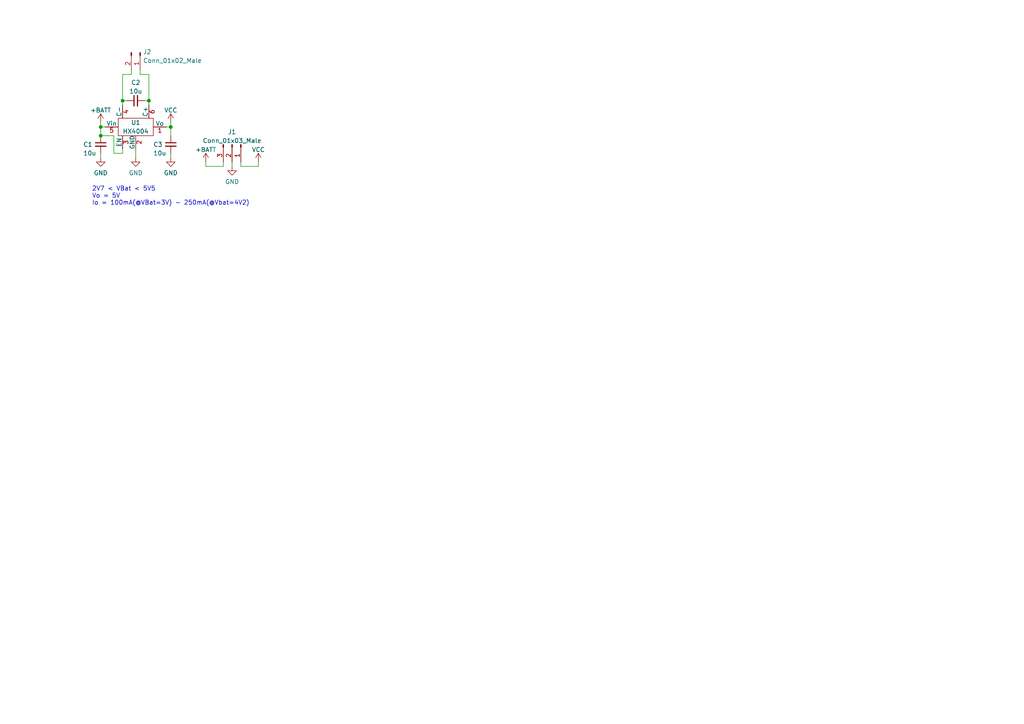
<source format=kicad_sch>
(kicad_sch (version 20211123) (generator eeschema)
  (paper "A4")
  (lib_symbols
    (symbol "Connector:Conn_01x02_Male" (pin_names (offset 1.016) hide)
      (property "Reference" "J" (at 0 2.54 0))
      (property "Value" "Conn_01x02_Male" (at 0 -5.08 0))
      (symbol "Conn_01x02_Male_1_1"
        (polyline (pts (xy 1.27 -2.54) (xy 0.8636 -2.54)) (stroke (width 0.1524)))
        (polyline (pts (xy 1.27 0) (xy 0.8636 0)) (stroke (width 0.1524)))
        (rectangle (start 0.8636 -2.413) (end 0 -2.667) (stroke (width 0.1524)) (fill (type outline)))
        (rectangle (start 0.8636 0.127) (end 0 -0.127) (stroke (width 0.1524)) (fill (type outline)))
        (pin passive line (at 5.08 0 180) (length 3.81) (name "Pin_1") (number "1"))
        (pin passive line (at 5.08 -2.54 180) (length 3.81) (name "Pin_2") (number "2"))
      )
    )
    (symbol "Connector:Conn_01x03_Male" (pin_names (offset 1.016) hide)
      (property "Reference" "J" (at 0 5.08 0))
      (property "Value" "Conn_01x03_Male" (at 0 -5.08 0))
      (symbol "Conn_01x03_Male_1_1"
        (polyline (pts (xy 1.27 -2.54) (xy 0.8636 -2.54)) (stroke (width 0.1524)))
        (polyline (pts (xy 1.27 0) (xy 0.8636 0)) (stroke (width 0.1524)))
        (polyline (pts (xy 1.27 2.54) (xy 0.8636 2.54)) (stroke (width 0.1524)))
        (rectangle (start 0.8636 -2.413) (end 0 -2.667) (stroke (width 0.1524)) (fill (type outline)))
        (rectangle (start 0.8636 0.127) (end 0 -0.127) (stroke (width 0.1524)) (fill (type outline)))
        (rectangle (start 0.8636 2.667) (end 0 2.413) (stroke (width 0.1524)) (fill (type outline)))
        (pin passive line (at 5.08 2.54 180) (length 3.81) (name "Pin_1") (number "1"))
        (pin passive line (at 5.08 0 180) (length 3.81) (name "Pin_2") (number "2"))
        (pin passive line (at 5.08 -2.54 180) (length 3.81) (name "Pin_3") (number "3"))
      )
    )
    (symbol "Device:C_Small" (pin_numbers hide) (pin_names (offset 0.254) hide)
      (property "Reference" "C" (at 0.254 1.778 0))
      (property "Value" "C_Small" (at 0.254 -2.032 0))
      (symbol "C_Small_0_1"
        (polyline (pts (xy -1.524 -0.508) (xy 1.524 -0.508)) (stroke (width 0.3302)))
        (polyline (pts (xy -1.524 0.508) (xy 1.524 0.508)) (stroke (width 0.3048)))
      )
      (symbol "C_Small_1_1"
        (pin passive line (at 0 2.54 270) (length 2.032) (name "~") (number "1"))
        (pin passive line (at 0 -2.54 90) (length 2.032) (name "~") (number "2"))
      )
    )
    (symbol "HX4004:HX4004" (pin_names (offset 0))
      (property "Reference" "U" (at 0 1.27 0))
      (property "Value" "HX4004" (at 0 -1.27 0))
      (symbol "HX4004_0_1"
        (rectangle (start -5.08 2.54) (end 5.08 -2.54) (stroke (width 0.1524)))
      )
      (symbol "HX4004_1_1"
        (pin power_out line (at 8.89 0 180) (length 3.81) (name "Vo") (number "1"))
        (pin power_in line (at 0 -6.35 90) (length 3.81) (name "GND") (number "2"))
        (pin input line (at -3.81 -6.35 90) (length 3.81) (name "EN") (number "3"))
        (pin input line (at -3.81 6.35 270) (length 3.81) (name "C-") (number "4"))
        (pin power_in line (at -8.89 0 0) (length 3.81) (name "Vin") (number "5"))
        (pin input line (at 3.81 6.35 270) (length 3.81) (name "C+") (number "6"))
      )
    )
    (symbol "power:+BATT" (power) (pin_names (offset 0))
      (property "Value" "+BATT" (at 0 3.556 0))
      (symbol "+BATT_0_1"
        (polyline (pts (xy -0.762 1.27) (xy 0 2.54)))
        (polyline (pts (xy 0 0) (xy 0 2.54)))
        (polyline (pts (xy 0 2.54) (xy 0.762 1.27)))
      )
      (symbol "+BATT_1_1"
        (pin power_in line (at 0 0 90) (length 0) hide (name "+BATT") (number "1"))
      )
    )
    (symbol "power:GND" (power) (pin_names (offset 0))
      (property "Value" "GND" (at 0 -3.81 0))
      (symbol "GND_0_1"
        (polyline (pts (xy 0 0) (xy 0 -1.27) (xy 1.27 -1.27) (xy 0 -2.54) (xy -1.27 -1.27) (xy 0 -1.27)))
      )
      (symbol "GND_1_1"
        (pin power_in line (at 0 0 270) (length 0) hide (name "GND") (number "1"))
      )
    )
    (symbol "power:VCC" (power) (pin_names (offset 0))
      (property "Value" "VCC" (at 0 3.81 0))
      (symbol "VCC_0_1"
        (polyline (pts (xy -0.762 1.27) (xy 0 2.54)))
        (polyline (pts (xy 0 0) (xy 0 2.54)))
        (polyline (pts (xy 0 2.54) (xy 0.762 1.27)))
      )
      (symbol "VCC_1_1"
        (pin power_in line (at 0 0 90) (length 0) hide (name "VCC") (number "1"))
      )
    )
  )
  (junction (at 43.18 29.21))
  (junction (at 29.21 39.37))
  (junction (at 35.56 29.21))
  (junction (at 29.21 36.83))
  (junction (at 49.53 36.83))
  (wire (pts (xy 35.56 29.21) (xy 35.56 30.48)))
  (wire (pts (xy 43.18 29.21) (xy 41.91 29.21)))
  (wire (pts (xy 33.02 44.45) (xy 35.56 44.45)))
  (wire (pts (xy 69.85 48.26) (xy 74.93 48.26)))
  (wire (pts (xy 40.64 21.59) (xy 43.18 21.59)))
  (wire (pts (xy 33.02 39.37) (xy 33.02 44.45)))
  (wire (pts (xy 48.26 36.83) (xy 49.53 36.83)))
  (wire (pts (xy 49.53 45.72) (xy 49.53 44.45)))
  (wire (pts (xy 35.56 44.45) (xy 35.56 43.18)))
  (wire (pts (xy 64.77 48.26) (xy 64.77 46.99)))
  (wire (pts (xy 29.21 36.83) (xy 30.48 36.83)))
  (wire (pts (xy 43.18 21.59) (xy 43.18 29.21)))
  (wire (pts (xy 29.21 45.72) (xy 29.21 44.45)))
  (wire (pts (xy 59.69 48.26) (xy 64.77 48.26)))
  (wire (pts (xy 29.21 36.83) (xy 29.21 39.37)))
  (wire (pts (xy 35.56 29.21) (xy 35.56 21.59)))
  (wire (pts (xy 39.37 43.18) (xy 39.37 45.72)))
  (wire (pts (xy 49.53 39.37) (xy 49.53 36.83)))
  (wire (pts (xy 29.21 35.56) (xy 29.21 36.83)))
  (wire (pts (xy 38.1 21.59) (xy 38.1 20.32)))
  (wire (pts (xy 29.21 39.37) (xy 33.02 39.37)))
  (wire (pts (xy 36.83 29.21) (xy 35.56 29.21)))
  (wire (pts (xy 49.53 36.83) (xy 49.53 35.56)))
  (wire (pts (xy 35.56 21.59) (xy 38.1 21.59)))
  (wire (pts (xy 69.85 46.99) (xy 69.85 48.26)))
  (wire (pts (xy 74.93 48.26) (xy 74.93 46.99)))
  (wire (pts (xy 43.18 29.21) (xy 43.18 30.48)))
  (wire (pts (xy 67.31 46.99) (xy 67.31 48.26)))
  (wire (pts (xy 40.64 20.32) (xy 40.64 21.59)))
  (wire (pts (xy 59.69 46.99) (xy 59.69 48.26)))
  (text "2V7 < VBat < 5V5\nVo = 5V\nIo = 100mA(@VBat=3V) - 250mA(@Vbat=4V2)" (at 26.67 59.69 0) (effects (font (size 1.27 1.27)) (justify left bottom)))
  (symbol (lib_id "Device:C_Small") (at 29.21 41.91 0) (unit 1)
    (property "Reference" "C1" (at 24.13 41.91 0) (effects (justify left)))
    (property "Value" "10u" (at 24.13 44.45 0) (effects (justify left)))
    (property "Footprint" "Capacitor_SMD:C_0603_1608Metric_Pad1.08x0.95mm_HandSolder" (effects hide))
  )
  (symbol (lib_id "power:VCC") (at 49.53 35.56 0) (unit 1)
    (property "Reference" "#PWR04" (effects hide))
    (property "Value" "VCC" (at 49.53 31.9842 0))
  )
  (symbol (lib_id "power:GND") (at 39.37 45.72 0) (unit 1)
    (property "Reference" "#PWR03" (effects hide))
    (property "Value" "GND" (at 39.37 50.1634 0))
  )
  (symbol (lib_id "power:GND") (at 49.53 45.72 0) (unit 1)
    (property "Reference" "#PWR05" (effects hide))
    (property "Value" "GND" (at 49.53 50.1634 0))
  )
  (symbol (lib_id "Connector:Conn_01x02_Male") (at 40.64 15.24 270) (unit 1)
    (property "Reference" "J2" (at 41.4782 15.0403 90) (effects (justify left)))
    (property "Value" "Conn_01x02_Male" (at 41.4782 17.5772 90) (effects (justify left)))
    (property "Footprint" "Connector_PinHeader_2.54mm:PinHeader_1x02_P2.54mm_Vertical" (effects hide))
  )
  (symbol (lib_id "Device:C_Small") (at 39.37 29.21 90) (unit 1)
    (property "Reference" "C2" (at 39.3763 23.9481 90))
    (property "Value" "10u" (at 39.3763 26.485 90))
    (property "Footprint" "Capacitor_SMD:C_0603_1608Metric_Pad1.08x0.95mm_HandSolder" (effects hide))
  )
  (symbol (lib_id "power:+BATT") (at 59.69 46.99 0) (unit 1)
    (property "Reference" "#PWR06" (effects hide))
    (property "Value" "+BATT" (at 59.69 43.4142 0))
  )
  (symbol (lib_id "HX4004:HX4004") (at 39.37 36.83 0) (unit 1)
    (property "Reference" "U1" (at 39.37 35.56 0))
    (property "Value" "HX4004" (at 39.37 38.1 0))
    (property "Footprint" "Package_TO_SOT_SMD:SOT-23-6_Handsoldering" (effects hide))
  )
  (symbol (lib_id "power:GND") (at 67.31 48.26 0) (unit 1)
    (property "Reference" "#PWR07" (effects hide))
    (property "Value" "GND" (at 67.31 52.7034 0))
  )
  (symbol (lib_id "power:GND") (at 29.21 45.72 0) (unit 1)
    (property "Reference" "#PWR02" (effects hide))
    (property "Value" "GND" (at 29.21 50.1634 0))
  )
  (symbol (lib_id "Connector:Conn_01x03_Male") (at 67.31 41.91 270) (unit 1)
    (property "Reference" "J1" (at 67.31 38.261 90))
    (property "Value" "Conn_01x03_Male" (at 67.31 40.7979 90))
    (property "Footprint" "Connector_PinHeader_2.54mm:PinHeader_1x03_P2.54mm_Vertical" (effects hide))
  )
  (symbol (lib_id "Device:C_Small") (at 49.53 41.91 0) (unit 1)
    (property "Reference" "C3" (at 44.45 41.91 0) (effects (justify left)))
    (property "Value" "10u" (at 44.45 44.45 0) (effects (justify left)))
    (property "Footprint" "Capacitor_SMD:C_0603_1608Metric_Pad1.08x0.95mm_HandSolder" (effects hide))
  )
  (symbol (lib_id "power:VCC") (at 74.93 46.99 0) (unit 1)
    (property "Reference" "#PWR08" (effects hide))
    (property "Value" "VCC" (at 74.93 43.4142 0))
  )
  (symbol (lib_id "power:+BATT") (at 29.21 35.56 0) (unit 1)
    (property "Reference" "#PWR01" (effects hide))
    (property "Value" "+BATT" (at 29.21 31.9842 0))
  )
)
</source>
